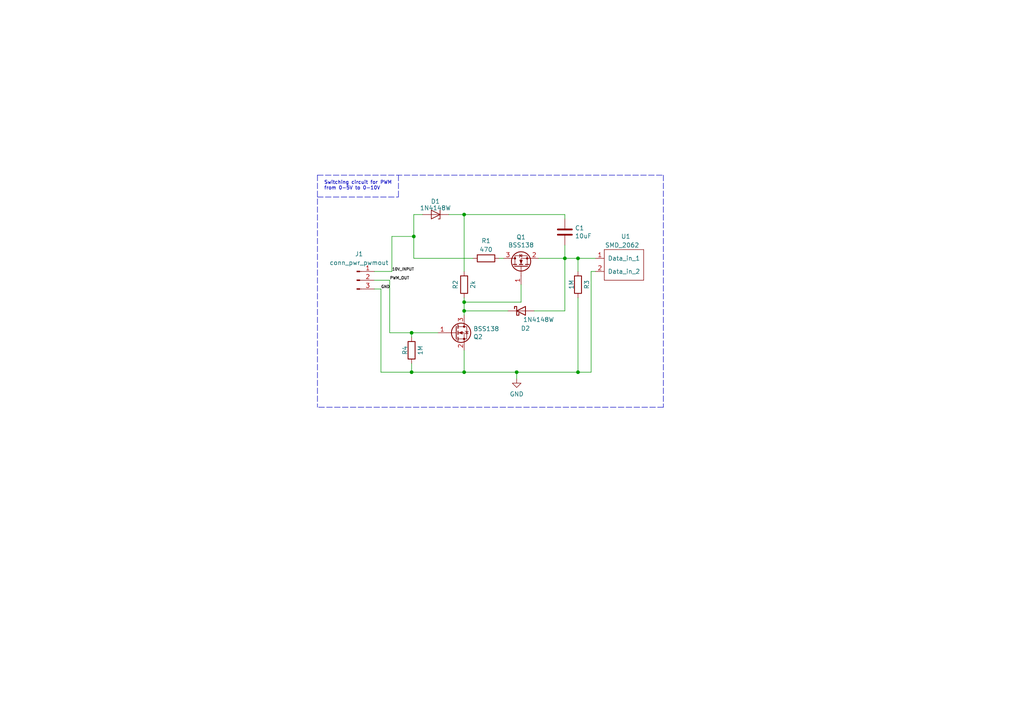
<source format=kicad_sch>
(kicad_sch (version 20211123) (generator eeschema)
  (paper "A4")
  (lib_symbols
    (symbol "Connector:Conn_01x03_Male" (pin_names (offset 1.016) hide)
      (property "Reference" "J" (at 0 5.08 0))
      (property "Value" "Conn_01x03_Male" (at 0 -5.08 0))
      (symbol "Conn_01x03_Male_1_1"
        (polyline (pts (xy 1.27 -2.54) (xy 0.8636 -2.54)) (stroke (width 0.1524)))
        (polyline (pts (xy 1.27 0) (xy 0.8636 0)) (stroke (width 0.1524)))
        (polyline (pts (xy 1.27 2.54) (xy 0.8636 2.54)) (stroke (width 0.1524)))
        (rectangle (start 0.8636 -2.413) (end 0 -2.667) (stroke (width 0.1524)) (fill (type outline)))
        (rectangle (start 0.8636 0.127) (end 0 -0.127) (stroke (width 0.1524)) (fill (type outline)))
        (rectangle (start 0.8636 2.667) (end 0 2.413) (stroke (width 0.1524)) (fill (type outline)))
        (pin passive line (at 5.08 2.54 180) (length 3.81) (name "Pin_1") (number "1"))
        (pin passive line (at 5.08 0 180) (length 3.81) (name "Pin_2") (number "2"))
        (pin passive line (at 5.08 -2.54 180) (length 3.81) (name "Pin_3") (number "3"))
      )
    )
    (symbol "Custom_Library:SMD_2062" (pin_names (offset 1.016))
      (property "Reference" "U" (at -2.54 0 0))
      (property "Value" "SMD_2062" (at -2.54 2.54 0))
      (symbol "SMD_2062_0_1"
        (rectangle (start -7.62 -10.16) (end 3.81 -10.16))
        (rectangle (start -7.62 -1.27) (end -7.62 -10.16))
        (rectangle (start 3.81 -7.62) (end 3.81 -10.16))
        (rectangle (start 3.81 -3.81) (end 3.81 -7.62))
        (rectangle (start 3.81 -3.81) (end 3.81 -1.27))
        (rectangle (start 3.81 -1.27) (end -7.62 -1.27))
      )
      (symbol "SMD_2062_1_1"
        (pin input line (at 6.35 -3.81 180) (length 2.54) (name "Data_in_1") (number "1"))
        (pin input line (at 6.35 -7.62 180) (length 2.54) (name "Data_in_2") (number "2"))
      )
    )
    (symbol "Device:C" (pin_numbers hide) (pin_names (offset 0.254))
      (property "Reference" "C" (at 0.635 2.54 0))
      (property "Value" "C" (at 0.635 -2.54 0))
      (symbol "C_0_1"
        (polyline (pts (xy -2.032 -0.762) (xy 2.032 -0.762)) (stroke (width 0.508)))
        (polyline (pts (xy -2.032 0.762) (xy 2.032 0.762)) (stroke (width 0.508)))
      )
      (symbol "C_1_1"
        (pin passive line (at 0 3.81 270) (length 2.794) (name "~") (number "1"))
        (pin passive line (at 0 -3.81 90) (length 2.794) (name "~") (number "2"))
      )
    )
    (symbol "Device:D_Schottky" (pin_numbers hide) (pin_names (offset 1.016) hide)
      (property "Reference" "D" (at 0 2.54 0))
      (property "Value" "D_Schottky" (at 0 -2.54 0))
      (symbol "D_Schottky_0_1"
        (polyline (pts (xy 1.27 0) (xy -1.27 0)))
        (polyline (pts (xy 1.27 1.27) (xy 1.27 -1.27) (xy -1.27 0) (xy 1.27 1.27)) (stroke (width 0.254)))
        (polyline (pts (xy -1.905 0.635) (xy -1.905 1.27) (xy -1.27 1.27) (xy -1.27 -1.27) (xy -0.635 -1.27) (xy -0.635 -0.635)) (stroke (width 0.254)))
      )
      (symbol "D_Schottky_1_1"
        (pin passive line (at -3.81 0 0) (length 2.54) (name "K") (number "1"))
        (pin passive line (at 3.81 0 180) (length 2.54) (name "A") (number "2"))
      )
    )
    (symbol "Device:Q_NMOS_GSD" (pin_names (offset 0) hide)
      (property "Reference" "Q" (at 5.08 1.27 0))
      (property "Value" "Q_NMOS_GSD" (at 5.08 -1.27 0))
      (symbol "Q_NMOS_GSD_0_1"
        (polyline (pts (xy 0.254 0) (xy -2.54 0)))
        (polyline (pts (xy 0.254 1.905) (xy 0.254 -1.905)) (stroke (width 0.254)))
        (polyline (pts (xy 0.762 -1.27) (xy 0.762 -2.286)) (stroke (width 0.254)))
        (polyline (pts (xy 0.762 0.508) (xy 0.762 -0.508)) (stroke (width 0.254)))
        (polyline (pts (xy 0.762 2.286) (xy 0.762 1.27)) (stroke (width 0.254)))
        (polyline (pts (xy 2.54 2.54) (xy 2.54 1.778)))
        (polyline (pts (xy 2.54 -2.54) (xy 2.54 0) (xy 0.762 0)))
        (polyline (pts (xy 0.762 -1.778) (xy 3.302 -1.778) (xy 3.302 1.778) (xy 0.762 1.778)))
        (polyline (pts (xy 1.016 0) (xy 2.032 0.381) (xy 2.032 -0.381) (xy 1.016 0)) (fill (type outline)))
        (polyline (pts (xy 2.794 0.508) (xy 2.921 0.381) (xy 3.683 0.381) (xy 3.81 0.254)))
        (polyline (pts (xy 3.302 0.381) (xy 2.921 -0.254) (xy 3.683 -0.254) (xy 3.302 0.381)))
        (circle (center 1.651 0) (radius 2.794) (stroke (width 0.254)))
        (circle (center 2.54 -1.778) (radius 0.254) (fill (type outline)))
        (circle (center 2.54 1.778) (radius 0.254) (fill (type outline)))
      )
      (symbol "Q_NMOS_GSD_1_1"
        (pin input line (at -5.08 0 0) (length 2.54) (name "G") (number "1"))
        (pin passive line (at 2.54 -5.08 90) (length 2.54) (name "S") (number "2"))
        (pin passive line (at 2.54 5.08 270) (length 2.54) (name "D") (number "3"))
      )
    )
    (symbol "Device:R" (pin_numbers hide) (pin_names (offset 0))
      (property "Reference" "R" (at 2.032 0 90))
      (property "Value" "R" (at 0 0 90))
      (symbol "R_0_1"
        (rectangle (start -1.016 -2.54) (end 1.016 2.54) (stroke (width 0.254)))
      )
      (symbol "R_1_1"
        (pin passive line (at 0 3.81 270) (length 1.27) (name "~") (number "1"))
        (pin passive line (at 0 -3.81 90) (length 1.27) (name "~") (number "2"))
      )
    )
    (symbol "Light_controller-rescue:BZX84Cxx-Diode" (pin_numbers hide) (pin_names (offset 1.016) hide)
      (property "Reference" "D" (at 0 2.54 0))
      (property "Value" "BZX84Cxx-Diode" (at 0 -2.54 0))
      (symbol "BZX84Cxx-Diode_0_1"
        (polyline (pts (xy 1.27 0) (xy -1.27 0)))
        (polyline (pts (xy -1.27 -1.27) (xy -1.27 1.27) (xy -0.762 1.27)) (stroke (width 0.2032)))
        (polyline (pts (xy 1.27 -1.27) (xy 1.27 1.27) (xy -1.27 0) (xy 1.27 -1.27)) (stroke (width 0.2032)))
      )
      (symbol "BZX84Cxx-Diode_1_1"
        (pin passive line (at -3.81 0 0) (length 2.54) (name "K") (number "1"))
        (pin passive line (at 3.81 0 180) (length 2.54) (name "A") (number "2"))
      )
    )
    (symbol "power:GND" (power) (pin_names (offset 0))
      (property "Value" "GND" (at 0 -3.81 0))
      (symbol "GND_0_1"
        (polyline (pts (xy 0 0) (xy 0 -1.27) (xy 1.27 -1.27) (xy 0 -2.54) (xy -1.27 -1.27) (xy 0 -1.27)))
      )
      (symbol "GND_1_1"
        (pin power_in line (at 0 0 270) (length 0) hide (name "GND") (number "1"))
      )
    )
  )
  (junction (at 149.86 107.95))
  (junction (at 134.62 87.63))
  (junction (at 167.64 74.93))
  (junction (at 134.62 107.95))
  (junction (at 134.62 90.17))
  (junction (at 134.62 62.23))
  (junction (at 119.38 96.52))
  (junction (at 167.64 107.95))
  (junction (at 120.015 68.58))
  (junction (at 163.83 74.93))
  (junction (at 119.38 107.95))
  (wire (pts (xy 110.49 83.82) (xy 108.585 83.82)))
  (wire (pts (xy 119.38 107.95) (xy 119.38 105.41)))
  (wire (pts (xy 147.32 90.17) (xy 134.62 90.17)))
  (wire (pts (xy 144.78 74.93) (xy 146.05 74.93)))
  (wire (pts (xy 137.16 74.93) (xy 120.015 74.93)))
  (wire (pts (xy 120.015 62.23) (xy 120.015 68.58)))
  (wire (pts (xy 120.015 68.58) (xy 120.015 74.93)))
  (polyline (pts (xy 192.405 50.8) (xy 192.405 118.11)))
  (wire (pts (xy 156.21 74.93) (xy 163.83 74.93)))
  (wire (pts (xy 120.015 62.23) (xy 122.555 62.23)))
  (wire (pts (xy 134.62 107.95) (xy 119.38 107.95)))
  (wire (pts (xy 113.03 81.28) (xy 108.585 81.28)))
  (wire (pts (xy 151.13 82.55) (xy 151.13 87.63)))
  (wire (pts (xy 134.62 78.74) (xy 134.62 62.23)))
  (wire (pts (xy 134.62 86.36) (xy 134.62 87.63)))
  (polyline (pts (xy 92.075 50.8) (xy 92.075 118.11)))
  (wire (pts (xy 163.83 63.5) (xy 163.83 62.23)))
  (wire (pts (xy 108.585 78.74) (xy 113.665 78.74)))
  (wire (pts (xy 134.62 101.6) (xy 134.62 107.95)))
  (wire (pts (xy 113.03 96.52) (xy 113.03 81.28)))
  (wire (pts (xy 134.62 87.63) (xy 134.62 90.17)))
  (wire (pts (xy 110.49 107.95) (xy 110.49 83.82)))
  (wire (pts (xy 149.86 107.95) (xy 149.86 109.855)))
  (wire (pts (xy 149.86 107.95) (xy 134.62 107.95)))
  (wire (pts (xy 119.38 96.52) (xy 119.38 97.79)))
  (wire (pts (xy 167.64 74.93) (xy 163.83 74.93)))
  (wire (pts (xy 113.665 78.74) (xy 113.665 68.58)))
  (wire (pts (xy 171.45 107.95) (xy 167.64 107.95)))
  (wire (pts (xy 134.62 62.23) (xy 163.83 62.23)))
  (wire (pts (xy 154.94 90.17) (xy 163.83 90.17)))
  (wire (pts (xy 171.45 78.74) (xy 171.45 107.95)))
  (wire (pts (xy 172.72 74.93) (xy 167.64 74.93)))
  (wire (pts (xy 167.64 107.95) (xy 149.86 107.95)))
  (wire (pts (xy 127 96.52) (xy 119.38 96.52)))
  (polyline (pts (xy 92.075 57.15) (xy 115.57 57.15)))
  (wire (pts (xy 163.83 90.17) (xy 163.83 74.93)))
  (polyline (pts (xy 115.57 50.8) (xy 115.57 57.15)))
  (wire (pts (xy 113.665 68.58) (xy 120.015 68.58)))
  (wire (pts (xy 167.64 86.36) (xy 167.64 107.95)))
  (wire (pts (xy 163.83 74.93) (xy 163.83 71.12)))
  (wire (pts (xy 151.13 87.63) (xy 134.62 87.63)))
  (wire (pts (xy 119.38 107.95) (xy 110.49 107.95)))
  (wire (pts (xy 172.72 78.74) (xy 171.45 78.74)))
  (wire (pts (xy 167.64 74.93) (xy 167.64 78.74)))
  (wire (pts (xy 119.38 96.52) (xy 113.03 96.52)))
  (wire (pts (xy 130.175 62.23) (xy 134.62 62.23)))
  (polyline (pts (xy 92.075 50.8) (xy 192.405 50.8)))
  (polyline (pts (xy 192.405 118.11) (xy 92.075 118.11)))
  (wire (pts (xy 134.62 90.17) (xy 134.62 91.44)))
  (text "Switching circuit for PWM\nfrom 0-5V to 0-10V" (at 93.98 55.245 0) (effects (font (size 1 1)) (justify left bottom)))
  (label "PWM_OUT" (at 113.03 81.28 0) (effects (font (size 0.8 0.8))))
  (label "10V_INPUT" (at 113.665 78.74 0) (effects (font (size 0.8 0.8))))
  (label "GND" (at 110.49 83.82 0) (effects (font (size 0.8 0.8))))
  (symbol (lib_id "Custom_Library:SMD_2062") (at 179.07 71.12 0) (mirror y) (unit 1)
    (property "Reference" "U1" (at 182.88 68.58 0) (effects (justify left)))
    (property "Value" "SMD_2062" (at 185.42 71.12 0) (effects (justify left)))
    (property "Footprint" "Custom_footprint_lib:LEDSMD2062" (effects hide))
  )
  (symbol (lib_id "Device:R") (at 134.62 82.55 0) (unit 1)
    (property "Reference" "R2" (at 132.08 82.55 90))
    (property "Value" "2k" (at 137.16 82.55 90))
    (property "Footprint" "Resistor_SMD:R_0805_2012Metric" (effects hide))
  )
  (symbol (lib_id "Device:R") (at 167.64 82.55 0) (unit 1)
    (property "Reference" "R3" (at 170.18 82.55 90))
    (property "Value" "1M" (at 165.735 82.55 90))
    (property "Footprint" "Resistor_SMD:R_0805_2012Metric" (effects hide))
  )
  (symbol (lib_id "Device:Q_NMOS_GSD") (at 151.13 77.47 90) (unit 1)
    (property "Reference" "Q1" (at 151.13 68.7832 90))
    (property "Value" "BSS138" (at 151.13 71.0946 90))
    (property "Footprint" "Package_TO_SOT_SMD:SOT-23" (effects hide))
  )
  (symbol (lib_id "Device:C") (at 163.83 67.31 0) (unit 1)
    (property "Reference" "C1" (at 166.751 66.1416 0) (effects (justify left)))
    (property "Value" "10uF" (at 166.751 68.453 0) (effects (justify left)))
    (property "Footprint" "Capacitor_SMD:C_0805_2012Metric" (effects hide))
  )
  (symbol (lib_id "Device:R") (at 140.97 74.93 90) (unit 1)
    (property "Reference" "R1" (at 140.97 69.85 90))
    (property "Value" "470" (at 140.97 72.39 90))
    (property "Footprint" "Resistor_SMD:R_0805_2012Metric" (effects hide))
  )
  (symbol (lib_id "Device:Q_NMOS_GSD") (at 132.08 96.52 0) (unit 1)
    (property "Reference" "Q2" (at 137.2616 97.6884 0) (effects (justify left)))
    (property "Value" "BSS138" (at 137.2616 95.377 0) (effects (justify left)))
    (property "Footprint" "Package_TO_SOT_SMD:SOT-23" (effects hide))
  )
  (symbol (lib_id "Device:R") (at 119.38 101.6 180) (unit 1)
    (property "Reference" "R4" (at 117.475 101.6 90))
    (property "Value" "1M" (at 121.92 101.6 90))
    (property "Footprint" "Resistor_SMD:R_0805_2012Metric" (effects hide))
  )
  (symbol (lib_id "Light_controller-rescue:BZX84Cxx-Diode") (at 126.365 62.23 180) (unit 1)
    (property "Reference" "D1" (at 127.635 58.42 0) (effects (justify left)))
    (property "Value" "1N4148W" (at 130.81 60.325 0) (effects (justify left)))
    (property "Footprint" "Diode_SMD:D_SOD-123" (effects hide))
    (property "Datasheet" "https://diotec.com/tl_files/diotec/files/pdf/datasheets/bzx84c2v4.pdf" (effects hide))
  )
  (symbol (lib_id "Device:D_Schottky") (at 151.13 90.17 0) (unit 1)
    (property "Reference" "D2" (at 152.4 95.25 0))
    (property "Value" "1N4148W" (at 156.21 92.71 0))
    (property "Footprint" "Diode_SMD:D_SOD-123" (effects hide))
  )
  (symbol (lib_id "Connector:Conn_01x03_Male") (at 103.505 81.28 0) (unit 1)
    (property "Reference" "J1" (at 104.14 73.66 0))
    (property "Value" "conn_pwr_pwmout" (at 104.14 76.2 0))
    (property "Footprint" "Connector_PinHeader_2.54mm:PinHeader_1x03_P2.54mm_Vertical" (effects hide))
  )
  (symbol (lib_id "power:GND") (at 149.86 109.855 0) (unit 1)
    (property "Reference" "#PWR01" (effects hide))
    (property "Value" "GND" (at 149.86 114.3 0))
  )
)
</source>
